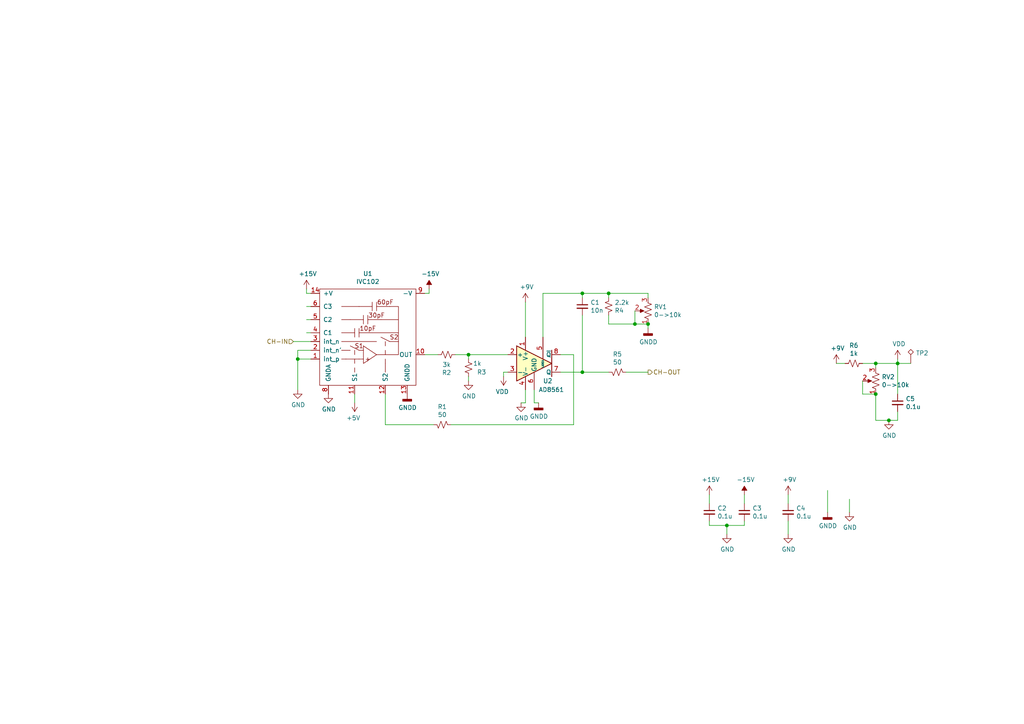
<source format=kicad_sch>
(kicad_sch (version 20211123) (generator eeschema)
  (paper "A4")
  (lib_symbols
    (symbol "Comparator:AD8561" (pin_names (offset 0.127))
      (property "Reference" "U" (at 3.81 6.35 0))
      (property "Value" "AD8561" (at 3.81 -5.08 0))
      (symbol "AD8561_0_1"
        (polyline (pts (xy 5.08 3.81) (xy 5.08 -3.81)) (stroke (width 0.254)))
        (polyline (pts (xy -5.08 5.08) (xy 5.08 0) (xy -5.08 -5.08) (xy -5.08 5.08)) (stroke (width 0.254)) (fill (type background)))
      )
      (symbol "AD8561_1_1"
        (pin power_in line (at -2.54 7.62 270) (length 3.81) (name "V+") (number "1"))
        (pin input line (at -7.62 2.54 0) (length 2.54) (name "+") (number "2"))
        (pin input line (at -7.62 -2.54 0) (length 2.54) (name "-") (number "3"))
        (pin power_in line (at -2.54 -7.62 90) (length 3.81) (name "V-") (number "4"))
        (pin input line (at 2.54 7.62 270) (length 6.35) (name "LATCH") (number "5"))
        (pin power_in line (at 0 -7.62 90) (length 5.08) (name "GND") (number "6"))
        (pin output line (at 7.62 -2.54 180) (length 2.54) (name "Q") (number "7"))
        (pin output line (at 7.62 2.54 180) (length 2.54) (name "~{Q}") (number "8"))
      )
    )
    (symbol "Connector:TestPoint_Alt" (pin_numbers hide) (pin_names (offset 0.762) hide)
      (property "Reference" "TP" (at 0 6.858 0))
      (property "Value" "TestPoint_Alt" (at 0 5.08 0))
      (symbol "TestPoint_Alt_0_1"
        (polyline (pts (xy 0 2.54) (xy -0.762 3.302) (xy 0 4.064) (xy 0.762 3.302) (xy 0 2.54)))
      )
      (symbol "TestPoint_Alt_1_1"
        (pin passive line (at 0 0 90) (length 2.54) (name "1") (number "1"))
      )
    )
    (symbol "Device:C_Small" (pin_numbers hide) (pin_names (offset 0.254) hide)
      (property "Reference" "C" (at 0.254 1.778 0))
      (property "Value" "C_Small" (at 0.254 -2.032 0))
      (symbol "C_Small_0_1"
        (polyline (pts (xy -1.524 -0.508) (xy 1.524 -0.508)) (stroke (width 0.3302)))
        (polyline (pts (xy -1.524 0.508) (xy 1.524 0.508)) (stroke (width 0.3048)))
      )
      (symbol "C_Small_1_1"
        (pin passive line (at 0 2.54 270) (length 2.032) (name "~") (number "1"))
        (pin passive line (at 0 -2.54 90) (length 2.032) (name "~") (number "2"))
      )
    )
    (symbol "Device:R_Small_US" (pin_numbers hide) (pin_names (offset 0.254) hide)
      (property "Reference" "R" (at 0.762 0.508 0))
      (property "Value" "R_Small_US" (at 0.762 -1.016 0))
      (symbol "R_Small_US_1_1"
        (polyline (pts (xy 0 0) (xy 1.016 -0.381) (xy 0 -0.762) (xy -1.016 -1.143) (xy 0 -1.524)))
        (polyline (pts (xy 0 1.524) (xy 1.016 1.143) (xy 0 0.762) (xy -1.016 0.381) (xy 0 0)))
        (pin passive line (at 0 2.54 270) (length 1.016) (name "~") (number "1"))
        (pin passive line (at 0 -2.54 90) (length 1.016) (name "~") (number "2"))
      )
    )
    (symbol "SAQ:IVC102" (pin_names (offset 1.016))
      (property "Reference" "U" (at 0 0 0))
      (property "Value" "IVC102" (at 13.97 0 0))
      (symbol "IVC102_0_0"
        (text "10pF" (at 8.89 -13.97 0) (effects (font (size 1.27 1.27))))
        (pin unspecified line (at -7.62 -22.86 0) (length 2.54) (name "int_p") (number "1"))
        (pin unspecified line (at 25.4 -21.59 180) (length 2.54) (name "OUT") (number "10"))
        (pin unspecified line (at 5.08 -33.02 90) (length 2.54) (name "S1") (number "11"))
        (pin unspecified line (at 13.97 -33.02 90) (length 2.54) (name "S2") (number "12"))
        (pin unspecified line (at 20.32 -33.02 90) (length 2.54) (name "GNDD") (number "13"))
        (pin unspecified line (at -7.62 -3.81 0) (length 2.54) (name "+V") (number "14"))
        (pin unspecified line (at -7.62 -20.32 0) (length 2.54) (name "int_n'") (number "2"))
        (pin unspecified line (at -7.62 -17.78 0) (length 2.54) (name "int_n") (number "3"))
        (pin unspecified line (at -7.62 -15.24 0) (length 2.54) (name "C1") (number "4"))
        (pin unspecified line (at -7.62 -11.43 0) (length 2.54) (name "C2") (number "5"))
        (pin unspecified line (at -7.62 -7.62 0) (length 2.54) (name "C3") (number "6"))
        (pin unspecified line (at -2.54 -33.02 90) (length 2.54) hide (name "nc") (number "7"))
        (pin unspecified line (at -2.54 -33.02 90) (length 2.54) (name "GNDA") (number "8"))
        (pin unspecified line (at 25.4 -3.81 180) (length 2.54) (name "-V") (number "9"))
      )
      (symbol "IVC102_0_1"
        (polyline (pts (xy 2.54 -22.86) (xy 1.27 -22.86)))
        (polyline (pts (xy 3.81 -20.32) (xy 1.27 -20.32)))
        (polyline (pts (xy 5.08 -25.4) (xy 5.08 -26.67)))
        (polyline (pts (xy 5.08 -22.86) (xy 5.08 -24.13)))
        (polyline (pts (xy 5.08 -20.32) (xy 5.08 -21.59)))
        (polyline (pts (xy 5.08 -15.24) (xy 1.27 -15.24)))
        (polyline (pts (xy 5.08 -13.97) (xy 5.08 -16.51)))
        (polyline (pts (xy 6.35 -22.86) (xy 2.54 -22.86)))
        (polyline (pts (xy 6.35 -20.32) (xy 3.81 -19.05)))
        (polyline (pts (xy 6.35 -15.24) (xy 10.16 -15.24)))
        (polyline (pts (xy 6.35 -13.97) (xy 6.35 -16.51)))
        (polyline (pts (xy 11.43 -17.78) (xy 1.27 -17.78)))
        (polyline (pts (xy 12.7 -16.51) (xy 15.24 -17.78)))
        (polyline (pts (xy 13.97 -22.86) (xy 13.97 -24.13)))
        (polyline (pts (xy 13.97 -20.32) (xy 13.97 -21.59)))
        (polyline (pts (xy 13.97 -17.78) (xy 13.97 -19.05)))
        (polyline (pts (xy 7.62 -20.32) (xy 7.62 -22.86) (xy 6.35 -22.86)))
        (polyline (pts (xy 7.62 -19.05) (xy 7.62 -20.32) (xy 6.35 -20.32)))
        (polyline (pts (xy 7.62 -22.86) (xy 7.62 -24.13) (xy 11.43 -21.59) (xy 7.62 -19.05)))
        (polyline (pts (xy 11.43 -21.59) (xy 17.78 -21.59) (xy 17.78 -17.78) (xy 15.24 -17.78)))
      )
      (symbol "IVC102_1_1"
        (polyline (pts (xy 3.81 -11.43) (xy 1.27 -11.43)))
        (polyline (pts (xy 6.35 -7.62) (xy 1.27 -7.62)))
        (polyline (pts (xy 7.62 -11.43) (xy 3.81 -11.43)))
        (polyline (pts (xy 7.62 -10.16) (xy 7.62 -12.7)))
        (polyline (pts (xy 8.89 -11.43) (xy 12.7 -11.43)))
        (polyline (pts (xy 8.89 -10.16) (xy 8.89 -12.7)))
        (polyline (pts (xy 10.16 -7.62) (xy 6.35 -7.62)))
        (polyline (pts (xy 10.16 -6.35) (xy 10.16 -8.89)))
        (polyline (pts (xy 11.43 -7.62) (xy 15.24 -7.62)))
        (polyline (pts (xy 11.43 -6.35) (xy 11.43 -8.89)))
        (polyline (pts (xy 13.97 -24.13) (xy 13.97 -26.67)))
        (polyline (pts (xy 10.16 -15.24) (xy 17.78 -15.24) (xy 17.78 -17.78) (xy 17.78 -15.24) (xy 17.78 -11.43) (xy 12.7 -11.43) (xy 17.78 -11.43) (xy 17.78 -7.62) (xy 15.24 -7.62)))
        (rectangle (start 22.86 -2.54) (end -5.08 -30.48))
        (text "+" (at 8.89 -22.86 0) (effects (font (size 1.27 1.27))))
        (text "30pF" (at 11.43 -10.16 0) (effects (font (size 1.27 1.27))))
        (text "60pF" (at 13.97 -6.35 0) (effects (font (size 1.27 1.27))))
        (text "S1" (at 6.35 -19.05 0) (effects (font (size 1.27 1.27))))
        (text "S2" (at 16.51 -16.51 0) (effects (font (size 1.27 1.27))))
      )
    )
    (symbol "SAQ_KiCad_one-rescue:R_POT_US-Device" (pin_names (offset 1.016) hide)
      (property "Reference" "RV" (at -4.445 0 90))
      (property "Value" "R_POT_US-Device" (at -2.54 0 90))
      (symbol "R_POT_US-Device_0_1"
        (polyline (pts (xy 0 -2.286) (xy 0 -2.54)))
        (polyline (pts (xy 0 2.54) (xy 0 2.286)))
        (polyline (pts (xy 2.54 0) (xy 1.524 0)))
        (polyline (pts (xy 1.143 0) (xy 2.286 0.508) (xy 2.286 -0.508) (xy 1.143 0)) (fill (type outline)))
        (polyline (pts (xy 0 -0.762) (xy 1.016 -1.143) (xy 0 -1.524) (xy -1.016 -1.905) (xy 0 -2.286)))
        (polyline (pts (xy 0 0.762) (xy 1.016 0.381) (xy 0 0) (xy -1.016 -0.381) (xy 0 -0.762)))
        (polyline (pts (xy 0 2.286) (xy 1.016 1.905) (xy 0 1.524) (xy -1.016 1.143) (xy 0 0.762)))
      )
      (symbol "R_POT_US-Device_1_1"
        (pin passive line (at 0 3.81 270) (length 1.27) (name "1") (number "1"))
        (pin passive line (at 3.81 0 180) (length 1.27) (name "2") (number "2"))
        (pin passive line (at 0 -3.81 90) (length 1.27) (name "3") (number "3"))
      )
    )
    (symbol "power:+15V" (power) (pin_names (offset 0))
      (property "Value" "+15V" (at 0 3.556 0))
      (symbol "+15V_0_1"
        (polyline (pts (xy -0.762 1.27) (xy 0 2.54)))
        (polyline (pts (xy 0 0) (xy 0 2.54)))
        (polyline (pts (xy 0 2.54) (xy 0.762 1.27)))
      )
      (symbol "+15V_1_1"
        (pin power_in line (at 0 0 90) (length 0) hide (name "+15V") (number "1"))
      )
    )
    (symbol "power:+5V" (power) (pin_names (offset 0))
      (property "Value" "+5V" (at 0 3.556 0))
      (symbol "+5V_0_1"
        (polyline (pts (xy -0.762 1.27) (xy 0 2.54)))
        (polyline (pts (xy 0 0) (xy 0 2.54)))
        (polyline (pts (xy 0 2.54) (xy 0.762 1.27)))
      )
      (symbol "+5V_1_1"
        (pin power_in line (at 0 0 90) (length 0) hide (name "+5V") (number "1"))
      )
    )
    (symbol "power:+9V" (power) (pin_names (offset 0))
      (property "Value" "+9V" (at 0 3.556 0))
      (symbol "+9V_0_1"
        (polyline (pts (xy -0.762 1.27) (xy 0 2.54)))
        (polyline (pts (xy 0 0) (xy 0 2.54)))
        (polyline (pts (xy 0 2.54) (xy 0.762 1.27)))
      )
      (symbol "+9V_1_1"
        (pin power_in line (at 0 0 90) (length 0) hide (name "+9V") (number "1"))
      )
    )
    (symbol "power:-15V" (power) (pin_names (offset 0))
      (property "Value" "-15V" (at 0 3.81 0))
      (symbol "-15V_0_0"
        (pin power_in line (at 0 0 90) (length 0) hide (name "-15V") (number "1"))
      )
      (symbol "-15V_0_1"
        (polyline (pts (xy 0 0) (xy 0 1.27) (xy 0.762 1.27) (xy 0 2.54) (xy -0.762 1.27) (xy 0 1.27)) (fill (type outline)))
      )
    )
    (symbol "power:GND" (power) (pin_names (offset 0))
      (property "Value" "GND" (at 0 -3.81 0))
      (symbol "GND_0_1"
        (polyline (pts (xy 0 0) (xy 0 -1.27) (xy 1.27 -1.27) (xy 0 -2.54) (xy -1.27 -1.27) (xy 0 -1.27)))
      )
      (symbol "GND_1_1"
        (pin power_in line (at 0 0 270) (length 0) hide (name "GND") (number "1"))
      )
    )
    (symbol "power:GNDD" (power) (pin_names (offset 0))
      (property "Value" "GNDD" (at 0 -3.175 0))
      (symbol "GNDD_0_1"
        (rectangle (start -1.27 -1.524) (end 1.27 -2.032) (stroke (width 0.254)) (fill (type outline)))
        (polyline (pts (xy 0 0) (xy 0 -1.524)))
      )
      (symbol "GNDD_1_1"
        (pin power_in line (at 0 0 270) (length 0) hide (name "GNDD") (number "1"))
      )
    )
    (symbol "power:VDD" (power) (pin_names (offset 0))
      (property "Value" "VDD" (at 0 3.81 0))
      (symbol "VDD_0_1"
        (polyline (pts (xy -0.762 1.27) (xy 0 2.54)))
        (polyline (pts (xy 0 0) (xy 0 2.54)))
        (polyline (pts (xy 0 2.54) (xy 0.762 1.27)))
      )
      (symbol "VDD_1_1"
        (pin power_in line (at 0 0 90) (length 0) hide (name "VDD") (number "1"))
      )
    )
  )
  (junction (at 176.53 85.09))
  (junction (at 168.91 107.95))
  (junction (at 86.36 104.14))
  (junction (at 254 105.41))
  (junction (at 210.82 152.4))
  (junction (at 257.81 121.92))
  (junction (at 254 114.3))
  (junction (at 187.96 93.98))
  (junction (at 184.15 93.98))
  (junction (at 135.89 102.87))
  (junction (at 260.35 105.41))
  (junction (at 168.91 85.09))
  (wire (pts (xy 124.46 85.09) (xy 123.19 85.09)))
  (wire (pts (xy 246.38 144.78) (xy 246.38 148.59)))
  (wire (pts (xy 210.82 152.4) (xy 215.9 152.4)))
  (wire (pts (xy 181.61 107.95) (xy 187.96 107.95)))
  (wire (pts (xy 210.82 152.4) (xy 210.82 154.94)))
  (wire (pts (xy 90.17 88.9) (xy 88.9 88.9)))
  (wire (pts (xy 90.17 96.52) (xy 88.9 96.52)))
  (wire (pts (xy 135.89 102.87) (xy 147.32 102.87)))
  (wire (pts (xy 250.19 110.49) (xy 250.19 114.3)))
  (wire (pts (xy 205.74 152.4) (xy 210.82 152.4)))
  (wire (pts (xy 254 105.41) (xy 260.35 105.41)))
  (wire (pts (xy 168.91 107.95) (xy 176.53 107.95)))
  (wire (pts (xy 260.35 119.38) (xy 260.35 121.92)))
  (wire (pts (xy 257.81 121.92) (xy 254 121.92)))
  (wire (pts (xy 135.89 110.49) (xy 135.89 109.22)))
  (wire (pts (xy 187.96 86.36) (xy 187.96 85.09)))
  (wire (pts (xy 228.6 146.05) (xy 228.6 143.51)))
  (wire (pts (xy 176.53 91.44) (xy 176.53 93.98)))
  (wire (pts (xy 147.32 107.95) (xy 146.05 107.95)))
  (wire (pts (xy 215.9 152.4) (xy 215.9 151.13)))
  (wire (pts (xy 250.19 114.3) (xy 254 114.3)))
  (wire (pts (xy 168.91 91.44) (xy 168.91 107.95)))
  (wire (pts (xy 242.57 105.41) (xy 245.11 105.41)))
  (wire (pts (xy 205.74 151.13) (xy 205.74 152.4)))
  (wire (pts (xy 260.35 104.14) (xy 260.35 105.41)))
  (wire (pts (xy 168.91 85.09) (xy 168.91 86.36)))
  (wire (pts (xy 130.81 123.19) (xy 166.37 123.19)))
  (wire (pts (xy 187.96 85.09) (xy 176.53 85.09)))
  (wire (pts (xy 146.05 107.95) (xy 146.05 109.22)))
  (wire (pts (xy 260.35 121.92) (xy 257.81 121.92)))
  (wire (pts (xy 166.37 102.87) (xy 166.37 123.19)))
  (wire (pts (xy 264.16 105.41) (xy 260.35 105.41)))
  (wire (pts (xy 86.36 101.6) (xy 86.36 104.14)))
  (wire (pts (xy 157.48 85.09) (xy 168.91 85.09)))
  (wire (pts (xy 215.9 146.05) (xy 215.9 143.51)))
  (wire (pts (xy 157.48 85.09) (xy 157.48 97.79)))
  (wire (pts (xy 260.35 105.41) (xy 260.35 114.3)))
  (wire (pts (xy 176.53 93.98) (xy 184.15 93.98)))
  (wire (pts (xy 184.15 93.98) (xy 184.15 90.17)))
  (wire (pts (xy 187.96 95.25) (xy 187.96 93.98)))
  (wire (pts (xy 102.87 114.3) (xy 102.87 116.84)))
  (wire (pts (xy 187.96 93.98) (xy 184.15 93.98)))
  (wire (pts (xy 90.17 101.6) (xy 86.36 101.6)))
  (wire (pts (xy 176.53 86.36) (xy 176.53 85.09)))
  (wire (pts (xy 90.17 104.14) (xy 86.36 104.14)))
  (wire (pts (xy 135.89 104.14) (xy 135.89 102.87)))
  (wire (pts (xy 88.9 85.09) (xy 90.17 85.09)))
  (wire (pts (xy 90.17 92.71) (xy 88.9 92.71)))
  (wire (pts (xy 88.9 83.82) (xy 88.9 85.09)))
  (wire (pts (xy 124.46 83.82) (xy 124.46 85.09)))
  (wire (pts (xy 123.19 102.87) (xy 127 102.87)))
  (wire (pts (xy 176.53 85.09) (xy 168.91 85.09)))
  (wire (pts (xy 111.76 123.19) (xy 125.73 123.19)))
  (wire (pts (xy 111.76 123.19) (xy 111.76 114.3)))
  (wire (pts (xy 240.03 142.24) (xy 240.03 148.59)))
  (wire (pts (xy 86.36 104.14) (xy 86.36 113.03)))
  (wire (pts (xy 162.56 102.87) (xy 166.37 102.87)))
  (wire (pts (xy 152.4 87.63) (xy 152.4 97.79)))
  (wire (pts (xy 254 114.3) (xy 254 121.92)))
  (wire (pts (xy 168.91 107.95) (xy 162.56 107.95)))
  (wire (pts (xy 154.94 116.84) (xy 156.21 116.84)))
  (wire (pts (xy 152.4 116.84) (xy 151.13 116.84)))
  (wire (pts (xy 152.4 113.03) (xy 152.4 116.84)))
  (wire (pts (xy 250.19 105.41) (xy 254 105.41)))
  (wire (pts (xy 132.08 102.87) (xy 135.89 102.87)))
  (wire (pts (xy 228.6 151.13) (xy 228.6 154.94)))
  (wire (pts (xy 254 105.41) (xy 254 106.68)))
  (wire (pts (xy 85.09 99.06) (xy 90.17 99.06)))
  (wire (pts (xy 205.74 146.05) (xy 205.74 143.51)))
  (wire (pts (xy 154.94 113.03) (xy 154.94 116.84)))
  (hierarchical_label "CH-IN" (shape input) (at 85.09 99.06 180))
  (hierarchical_label "CH-OUT" (shape output) (at 187.96 107.95 0))
  (symbol (lib_id "power:-15V") (at 215.9 143.51 0) (unit 1)
    (property "Reference" "#PWR015" (effects hide))
    (property "Value" "-15V" (at 216.281 139.1158 0))
  )
  (symbol (lib_id "power:GND") (at 246.38 148.59 0) (unit 1)
    (property "Reference" "#PWR020" (effects hide))
    (property "Value" "GND" (at 246.507 152.9842 0))
  )
  (symbol (lib_id "Device:C_Small") (at 215.9 148.59 0) (unit 1)
    (property "Reference" "C3" (at 218.2368 147.4216 0) (effects (justify left)))
    (property "Value" "0.1u" (at 218.2368 149.733 0) (effects (justify left)))
    (property "Footprint" "Capacitor_SMD:C_1206_3216Metric_Pad1.33x1.80mm_HandSolder" (effects hide))
  )
  (symbol (lib_id "Comparator:AD8561") (at 154.94 105.41 0) (unit 1)
    (property "Reference" "U2" (at 157.48 110.49 0) (effects (justify left)))
    (property "Value" "AD8561" (at 156.21 113.03 0) (effects (justify left)))
    (property "Footprint" "Package_SO:SOIC-8_3.9x4.9mm_P1.27mm" (effects hide))
    (property "Datasheet" "https://www.analog.com/media/en/technical-documentation/data-sheets/ad8561.pdf" (effects hide))
  )
  (symbol (lib_id "power:+9V") (at 242.57 105.41 0) (unit 1)
    (property "Reference" "#PWR019" (effects hide))
    (property "Value" "+9V" (at 242.951 101.0158 0))
  )
  (symbol (lib_id "power:GND") (at 86.36 113.03 0) (unit 1)
    (property "Reference" "#PWR01" (effects hide))
    (property "Value" "GND" (at 86.487 117.4242 0))
  )
  (symbol (lib_id "power:+9V") (at 152.4 87.63 0) (unit 1)
    (property "Reference" "#PWR010" (effects hide))
    (property "Value" "+9V" (at 152.781 83.2358 0))
  )
  (symbol (lib_id "power:VDD") (at 146.05 109.22 180) (unit 1)
    (property "Reference" "#PWR08" (effects hide))
    (property "Value" "VDD" (at 145.669 113.6142 0))
  )
  (symbol (lib_id "power:+9V") (at 228.6 143.51 0) (unit 1)
    (property "Reference" "#PWR016" (effects hide))
    (property "Value" "+9V" (at 228.981 139.1158 0))
  )
  (symbol (lib_id "Device:R_Small_US") (at 247.65 105.41 270) (unit 1)
    (property "Reference" "R6" (at 247.65 100.203 90))
    (property "Value" "1k" (at 247.65 102.5144 90))
    (property "Footprint" "Resistor_SMD:R_0805_2012Metric_Pad1.20x1.40mm_HandSolder" (effects hide))
  )
  (symbol (lib_id "Connector:TestPoint_Alt") (at 264.16 105.41 0) (unit 1)
    (property "Reference" "TP2" (at 265.6332 102.4128 0) (effects (justify left)))
    (property "Value" "TestPoint_Alt" (effects hide))
    (property "Footprint" "TestPoint:TestPoint_THTPad_2.5x2.5mm_Drill1.2mm" (effects hide))
  )
  (symbol (lib_id "Device:R_Small_US") (at 176.53 88.9 0) (mirror y) (unit 1)
    (property "Reference" "R4" (at 178.2572 90.0684 0) (effects (justify right)))
    (property "Value" "2.2k" (at 178.2572 87.757 0) (effects (justify right)))
    (property "Footprint" "Resistor_SMD:R_0805_2012Metric_Pad1.20x1.40mm_HandSolder" (effects hide))
  )
  (symbol (lib_id "power:+5V") (at 102.87 116.84 180) (unit 1)
    (property "Reference" "#PWR04" (effects hide))
    (property "Value" "+5V" (at 102.489 121.2342 0))
  )
  (symbol (lib_id "power:GND") (at 95.25 114.3 0) (unit 1)
    (property "Reference" "#PWR03" (effects hide))
    (property "Value" "GND" (at 95.377 118.6942 0))
  )
  (symbol (lib_id "Device:C_Small") (at 205.74 148.59 0) (unit 1)
    (property "Reference" "C2" (at 208.0768 147.4216 0) (effects (justify left)))
    (property "Value" "0.1u" (at 208.0768 149.733 0) (effects (justify left)))
    (property "Footprint" "Capacitor_SMD:C_1206_3216Metric_Pad1.33x1.80mm_HandSolder" (effects hide))
  )
  (symbol (lib_id "SAQ_KiCad_one-rescue:R_POT_US-Device") (at 254 110.49 180) (unit 1)
    (property "Reference" "RV2" (at 255.7272 109.3216 0) (effects (justify right)))
    (property "Value" "0->10k" (at 255.7272 111.633 0) (effects (justify right)))
    (property "Footprint" "Potentiometer_SMD:Potentiometer_Bourns_3214W_Vertical" (effects hide))
  )
  (symbol (lib_id "Device:R_Small_US") (at 179.07 107.95 90) (mirror x) (unit 1)
    (property "Reference" "R5" (at 179.07 102.743 90))
    (property "Value" "50" (at 179.07 105.0544 90))
    (property "Footprint" "Resistor_SMD:R_0805_2012Metric_Pad1.20x1.40mm_HandSolder" (effects hide))
  )
  (symbol (lib_id "power:+15V") (at 88.9 83.82 0) (unit 1)
    (property "Reference" "#PWR02" (effects hide))
    (property "Value" "+15V" (at 89.281 79.4258 0))
  )
  (symbol (lib_id "Device:C_Small") (at 228.6 148.59 0) (unit 1)
    (property "Reference" "C4" (at 230.9368 147.4216 0) (effects (justify left)))
    (property "Value" "0.1u" (at 230.9368 149.733 0) (effects (justify left)))
    (property "Footprint" "Capacitor_SMD:C_1206_3216Metric_Pad1.33x1.80mm_HandSolder" (effects hide))
  )
  (symbol (lib_id "Device:R_Small_US") (at 129.54 102.87 90) (unit 1)
    (property "Reference" "R2" (at 129.54 108.077 90))
    (property "Value" "3k" (at 129.54 105.7656 90))
    (property "Footprint" "Resistor_SMD:R_0805_2012Metric_Pad1.20x1.40mm_HandSolder" (effects hide))
  )
  (symbol (lib_id "power:GNDD") (at 156.21 116.84 0) (unit 1)
    (property "Reference" "#PWR011" (effects hide))
    (property "Value" "GNDD" (at 156.3116 120.777 0))
  )
  (symbol (lib_id "power:GND") (at 228.6 154.94 0) (unit 1)
    (property "Reference" "#PWR017" (effects hide))
    (property "Value" "GND" (at 228.727 159.3342 0))
  )
  (symbol (lib_id "power:GNDD") (at 187.96 95.25 0) (unit 1)
    (property "Reference" "#PWR012" (effects hide))
    (property "Value" "GNDD" (at 188.0616 99.187 0))
  )
  (symbol (lib_id "power:VDD") (at 260.35 104.14 0) (unit 1)
    (property "Reference" "#PWR022" (effects hide))
    (property "Value" "VDD" (at 260.731 99.7458 0))
  )
  (symbol (lib_id "SAQ_KiCad_one-rescue:R_POT_US-Device") (at 187.96 90.17 180) (unit 1)
    (property "Reference" "RV1" (at 189.6872 89.0016 0) (effects (justify right)))
    (property "Value" "0->10k" (at 189.6872 91.313 0) (effects (justify right)))
    (property "Footprint" "Potentiometer_SMD:Potentiometer_Bourns_3214W_Vertical" (effects hide))
  )
  (symbol (lib_id "power:GND") (at 135.89 110.49 0) (unit 1)
    (property "Reference" "#PWR07" (effects hide))
    (property "Value" "GND" (at 136.017 114.8842 0))
  )
  (symbol (lib_id "power:GND") (at 257.81 121.92 0) (unit 1)
    (property "Reference" "#PWR021" (effects hide))
    (property "Value" "GND" (at 257.937 126.3142 0))
  )
  (symbol (lib_id "Device:R_Small_US") (at 128.27 123.19 90) (mirror x) (unit 1)
    (property "Reference" "R1" (at 128.27 117.983 90))
    (property "Value" "50" (at 128.27 120.2944 90))
    (property "Footprint" "Resistor_SMD:R_0805_2012Metric_Pad1.20x1.40mm_HandSolder" (effects hide))
  )
  (symbol (lib_id "power:GND") (at 210.82 154.94 0) (unit 1)
    (property "Reference" "#PWR014" (effects hide))
    (property "Value" "GND" (at 210.947 159.3342 0))
  )
  (symbol (lib_id "power:+15V") (at 205.74 143.51 0) (unit 1)
    (property "Reference" "#PWR013" (effects hide))
    (property "Value" "+15V" (at 206.121 139.1158 0))
  )
  (symbol (lib_id "power:GND") (at 151.13 116.84 0) (unit 1)
    (property "Reference" "#PWR09" (effects hide))
    (property "Value" "GND" (at 151.257 121.2342 0))
  )
  (symbol (lib_id "Device:C_Small") (at 168.91 88.9 0) (unit 1)
    (property "Reference" "C1" (at 171.2468 87.7316 0) (effects (justify left)))
    (property "Value" "10n" (at 171.2468 90.043 0) (effects (justify left)))
    (property "Footprint" "Capacitor_SMD:C_1206_3216Metric_Pad1.33x1.80mm_HandSolder" (effects hide))
  )
  (symbol (lib_id "power:GNDD") (at 240.03 148.59 0) (unit 1)
    (property "Reference" "#PWR018" (effects hide))
    (property "Value" "GNDD" (at 240.1316 152.527 0))
  )
  (symbol (lib_id "power:-15V") (at 124.46 83.82 0) (unit 1)
    (property "Reference" "#PWR06" (effects hide))
    (property "Value" "-15V" (at 124.841 79.4258 0))
  )
  (symbol (lib_id "Device:C_Small") (at 260.35 116.84 0) (unit 1)
    (property "Reference" "C5" (at 262.6868 115.6716 0) (effects (justify left)))
    (property "Value" "0.1u" (at 262.6868 117.983 0) (effects (justify left)))
    (property "Footprint" "Capacitor_SMD:C_1206_3216Metric_Pad1.33x1.80mm_HandSolder" (effects hide))
  )
  (symbol (lib_id "SAQ:IVC102") (at 97.79 81.28 0) (unit 1)
    (property "Reference" "U1" (at 106.68 79.375 0))
    (property "Value" "IVC102" (at 106.68 81.6864 0))
    (property "Footprint" "Package_SO:SOIC-14_3.9x8.7mm_P1.27mm" (effects hide))
  )
  (symbol (lib_id "power:GNDD") (at 118.11 114.3 0) (unit 1)
    (property "Reference" "#PWR05" (effects hide))
    (property "Value" "GNDD" (at 118.2116 118.237 0))
  )
  (symbol (lib_id "Device:R_Small_US") (at 135.89 106.68 180) (unit 1)
    (property "Reference" "R3" (at 139.7 107.95 0))
    (property "Value" "1k" (at 138.43 105.41 0))
    (property "Footprint" "Resistor_SMD:R_0805_2012Metric_Pad1.20x1.40mm_HandSolder" (effects hide))
  )
)
</source>
